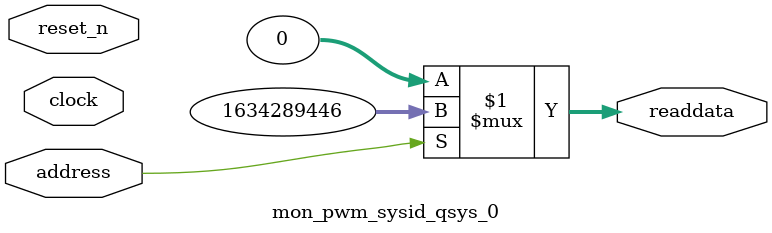
<source format=v>



// synthesis translate_off
`timescale 1ns / 1ps
// synthesis translate_on

// turn off superfluous verilog processor warnings 
// altera message_level Level1 
// altera message_off 10034 10035 10036 10037 10230 10240 10030 

module mon_pwm_sysid_qsys_0 (
               // inputs:
                address,
                clock,
                reset_n,

               // outputs:
                readdata
             )
;

  output  [ 31: 0] readdata;
  input            address;
  input            clock;
  input            reset_n;

  wire    [ 31: 0] readdata;
  //control_slave, which is an e_avalon_slave
  assign readdata = address ? 1634289446 : 0;

endmodule



</source>
